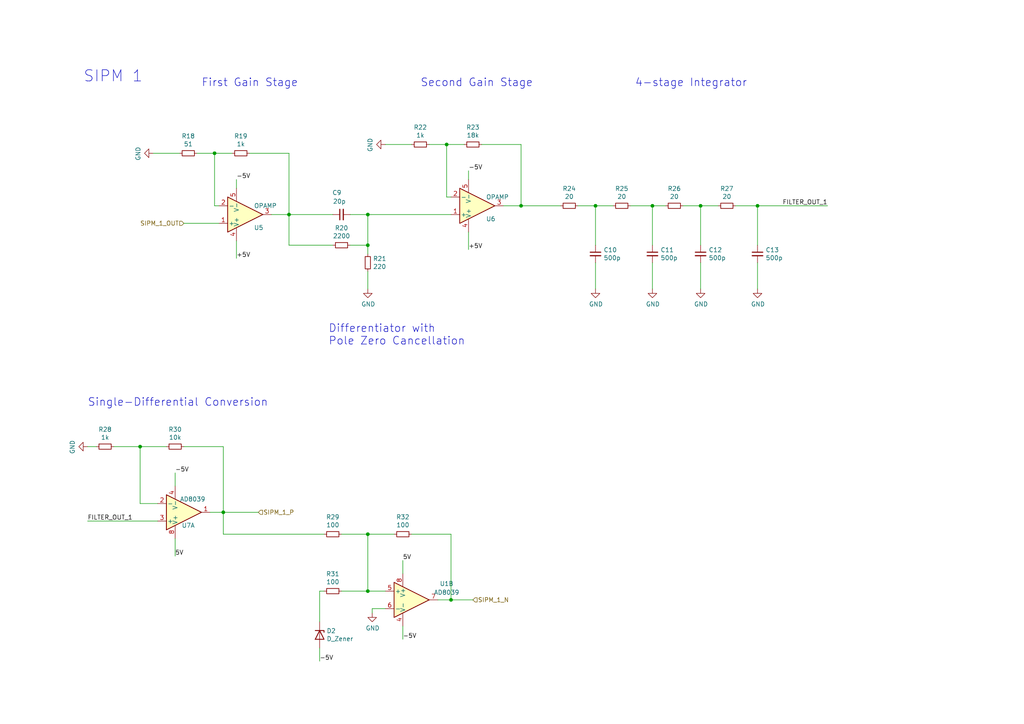
<source format=kicad_sch>
(kicad_sch (version 20211123) (generator eeschema)
  (paper "A4")
  (lib_symbols
    (symbol "Device:C_Small" (pin_numbers hide) (pin_names (offset 0.254) hide)
      (property "Reference" "C" (at 0.254 1.778 0))
      (property "Value" "C_Small" (at 0.254 -2.032 0))
      (symbol "C_Small_0_1"
        (polyline (pts (xy -1.524 -0.508) (xy 1.524 -0.508)) (stroke (width 0.3302)))
        (polyline (pts (xy -1.524 0.508) (xy 1.524 0.508)) (stroke (width 0.3048)))
      )
      (symbol "C_Small_1_1"
        (pin passive line (at 0 2.54 270) (length 2.032) (name "~") (number "1"))
        (pin passive line (at 0 -2.54 90) (length 2.032) (name "~") (number "2"))
      )
    )
    (symbol "Device:D_Zener" (pin_numbers hide) (pin_names (offset 1.016) hide)
      (property "Reference" "D" (at 0 2.54 0))
      (property "Value" "D_Zener" (at 0 -2.54 0))
      (symbol "D_Zener_0_1"
        (polyline (pts (xy 1.27 0) (xy -1.27 0)))
        (polyline (pts (xy -1.27 -1.27) (xy -1.27 1.27) (xy -0.762 1.27)) (stroke (width 0.254)))
        (polyline (pts (xy 1.27 -1.27) (xy 1.27 1.27) (xy -1.27 0) (xy 1.27 -1.27)) (stroke (width 0.254)))
      )
      (symbol "D_Zener_1_1"
        (pin passive line (at -3.81 0 0) (length 2.54) (name "K") (number "1"))
        (pin passive line (at 3.81 0 180) (length 2.54) (name "A") (number "2"))
      )
    )
    (symbol "Device:R_Small" (pin_numbers hide) (pin_names (offset 0.254) hide)
      (property "Reference" "R" (at 0.762 0.508 0))
      (property "Value" "R_Small" (at 0.762 -1.016 0))
      (symbol "R_Small_0_1"
        (rectangle (start -0.762 1.778) (end 0.762 -1.778) (stroke (width 0.2032)))
      )
      (symbol "R_Small_1_1"
        (pin passive line (at 0 2.54 270) (length 0.762) (name "~") (number "1"))
        (pin passive line (at 0 -2.54 90) (length 0.762) (name "~") (number "2"))
      )
    )
    (symbol "nnbar:AD8039" (pin_names (offset 0.254))
      (property "Reference" "U" (at 3.81 3.175 0))
      (property "Value" "AD8039" (at 3.81 -3.175 0))
      (symbol "AD8039_0_1"
        (polyline (pts (xy 5.08 0) (xy -5.08 5.08) (xy -5.08 -5.08) (xy 5.08 0)) (stroke (width 0.254)) (fill (type background)))
      )
      (symbol "AD8039_1_1"
        (pin output line (at 7.62 0 180) (length 2.54) (name "~") (number "1"))
        (pin input line (at -7.62 -2.54 0) (length 2.54) (name "-") (number "2"))
        (pin input line (at -7.62 2.54 0) (length 2.54) (name "+") (number "3"))
        (pin power_in line (at -2.54 -7.62 90) (length 3.81) (name "V-") (number "4"))
        (pin power_in line (at -2.54 7.62 270) (length 3.81) (name "V+") (number "8"))
      )
      (symbol "AD8039_2_1"
        (pin power_in line (at -2.54 -7.62 90) (length 3.81) (name "V-") (number "4"))
        (pin input line (at -7.62 2.54 0) (length 2.54) (name "+") (number "5"))
        (pin input line (at -7.62 -2.54 0) (length 2.54) (name "-") (number "6"))
        (pin output line (at 7.62 0 180) (length 2.54) (name "~") (number "7"))
        (pin power_in line (at -2.54 7.62 270) (length 3.81) (name "V+") (number "8"))
      )
    )
    (symbol "power:GND" (power) (pin_names (offset 0))
      (property "Value" "GND" (at 0 -3.81 0))
      (symbol "GND_0_1"
        (polyline (pts (xy 0 0) (xy 0 -1.27) (xy 1.27 -1.27) (xy 0 -2.54) (xy -1.27 -1.27) (xy 0 -1.27)))
      )
      (symbol "GND_1_1"
        (pin power_in line (at 0 0 270) (length 0) hide (name "GND") (number "1"))
      )
    )
    (symbol "pspice:OPAMP" (pin_names (offset 0.254))
      (property "Reference" "U" (at 3.81 3.175 0))
      (property "Value" "OPAMP" (at 3.81 -3.175 0))
      (symbol "OPAMP_0_1"
        (polyline (pts (xy 5.08 0) (xy -5.08 5.08) (xy -5.08 -5.08) (xy 5.08 0)) (stroke (width 0.254)) (fill (type background)))
      )
      (symbol "OPAMP_1_1"
        (pin input line (at -7.62 2.54 0) (length 2.54) (name "+") (number "1"))
        (pin input line (at -7.62 -2.54 0) (length 2.54) (name "-") (number "2"))
        (pin output line (at 7.62 0 180) (length 2.54) (name "~") (number "3"))
        (pin power_in line (at -2.54 7.62 270) (length 3.81) (name "V+") (number "4"))
        (pin power_in line (at -2.54 -7.62 90) (length 3.81) (name "V-") (number "5"))
      )
    )
  )
  (junction (at 219.71 59.69))
  (junction (at 151.13 59.69))
  (junction (at 40.64 129.54))
  (junction (at 203.2 59.69))
  (junction (at 64.77 148.59))
  (junction (at 62.23 44.45))
  (junction (at 189.23 59.69))
  (junction (at 106.68 154.94))
  (junction (at 106.68 171.45))
  (junction (at 83.82 62.23))
  (junction (at 130.81 173.99))
  (junction (at 129.54 41.91))
  (junction (at 106.68 62.23))
  (junction (at 172.72 59.69))
  (junction (at 106.68 71.12))
  (wire (pts (xy 83.82 71.12) (xy 96.52 71.12)))
  (wire (pts (xy 219.71 83.82) (xy 219.71 76.2)))
  (wire (pts (xy 40.64 129.54) (xy 48.26 129.54)))
  (wire (pts (xy 172.72 59.69) (xy 177.8 59.69)))
  (wire (pts (xy 68.58 52.07) (xy 68.58 54.61)))
  (wire (pts (xy 139.7 41.91) (xy 151.13 41.91)))
  (wire (pts (xy 219.71 59.69) (xy 219.71 71.12)))
  (wire (pts (xy 106.68 71.12) (xy 106.68 73.66)))
  (wire (pts (xy 189.23 83.82) (xy 189.23 76.2)))
  (wire (pts (xy 119.38 154.94) (xy 130.81 154.94)))
  (wire (pts (xy 50.8 156.21) (xy 50.8 161.29)))
  (wire (pts (xy 99.06 154.94) (xy 106.68 154.94)))
  (wire (pts (xy 25.4 151.13) (xy 45.72 151.13)))
  (wire (pts (xy 62.23 44.45) (xy 62.23 59.69)))
  (wire (pts (xy 129.54 41.91) (xy 129.54 57.15)))
  (wire (pts (xy 33.02 129.54) (xy 40.64 129.54)))
  (wire (pts (xy 219.71 59.69) (xy 240.03 59.69)))
  (wire (pts (xy 101.6 71.12) (xy 106.68 71.12)))
  (wire (pts (xy 62.23 59.69) (xy 63.5 59.69)))
  (wire (pts (xy 119.38 41.91) (xy 111.76 41.91)))
  (wire (pts (xy 129.54 57.15) (xy 130.81 57.15)))
  (wire (pts (xy 107.95 177.8) (xy 107.95 176.53)))
  (wire (pts (xy 182.88 59.69) (xy 189.23 59.69)))
  (wire (pts (xy 111.76 171.45) (xy 106.68 171.45)))
  (wire (pts (xy 213.36 59.69) (xy 219.71 59.69)))
  (wire (pts (xy 62.23 44.45) (xy 67.31 44.45)))
  (wire (pts (xy 107.95 176.53) (xy 111.76 176.53)))
  (wire (pts (xy 106.68 83.82) (xy 106.68 78.74)))
  (wire (pts (xy 106.68 171.45) (xy 106.68 154.94)))
  (wire (pts (xy 45.72 146.05) (xy 40.64 146.05)))
  (wire (pts (xy 106.68 154.94) (xy 114.3 154.94)))
  (wire (pts (xy 198.12 59.69) (xy 203.2 59.69)))
  (wire (pts (xy 127 173.99) (xy 130.81 173.99)))
  (wire (pts (xy 189.23 59.69) (xy 189.23 71.12)))
  (wire (pts (xy 99.06 171.45) (xy 106.68 171.45)))
  (wire (pts (xy 101.6 62.23) (xy 106.68 62.23)))
  (wire (pts (xy 64.77 148.59) (xy 60.96 148.59)))
  (wire (pts (xy 137.16 173.99) (xy 130.81 173.99)))
  (wire (pts (xy 64.77 148.59) (xy 74.93 148.59)))
  (wire (pts (xy 193.04 59.69) (xy 189.23 59.69)))
  (wire (pts (xy 172.72 59.69) (xy 172.72 71.12)))
  (wire (pts (xy 64.77 154.94) (xy 93.98 154.94)))
  (wire (pts (xy 172.72 83.82) (xy 172.72 76.2)))
  (wire (pts (xy 50.8 137.16) (xy 50.8 140.97)))
  (wire (pts (xy 92.71 180.34) (xy 92.71 171.45)))
  (wire (pts (xy 135.89 49.53) (xy 135.89 52.07)))
  (wire (pts (xy 83.82 44.45) (xy 83.82 62.23)))
  (wire (pts (xy 68.58 74.93) (xy 68.58 69.85)))
  (wire (pts (xy 129.54 41.91) (xy 134.62 41.91)))
  (wire (pts (xy 203.2 59.69) (xy 208.28 59.69)))
  (wire (pts (xy 106.68 62.23) (xy 130.81 62.23)))
  (wire (pts (xy 64.77 129.54) (xy 64.77 148.59)))
  (wire (pts (xy 167.64 59.69) (xy 172.72 59.69)))
  (wire (pts (xy 106.68 62.23) (xy 106.68 71.12)))
  (wire (pts (xy 162.56 59.69) (xy 151.13 59.69)))
  (wire (pts (xy 116.84 162.56) (xy 116.84 166.37)))
  (wire (pts (xy 151.13 59.69) (xy 146.05 59.69)))
  (wire (pts (xy 116.84 185.42) (xy 116.84 181.61)))
  (wire (pts (xy 130.81 154.94) (xy 130.81 173.99)))
  (wire (pts (xy 83.82 62.23) (xy 96.52 62.23)))
  (wire (pts (xy 83.82 62.23) (xy 78.74 62.23)))
  (wire (pts (xy 27.94 129.54) (xy 25.4 129.54)))
  (wire (pts (xy 83.82 62.23) (xy 83.82 71.12)))
  (wire (pts (xy 53.34 64.77) (xy 63.5 64.77)))
  (wire (pts (xy 203.2 83.82) (xy 203.2 76.2)))
  (wire (pts (xy 72.39 44.45) (xy 83.82 44.45)))
  (wire (pts (xy 53.34 129.54) (xy 64.77 129.54)))
  (wire (pts (xy 40.64 146.05) (xy 40.64 129.54)))
  (wire (pts (xy 64.77 148.59) (xy 64.77 154.94)))
  (wire (pts (xy 52.07 44.45) (xy 44.45 44.45)))
  (wire (pts (xy 151.13 41.91) (xy 151.13 59.69)))
  (wire (pts (xy 92.71 171.45) (xy 93.98 171.45)))
  (wire (pts (xy 124.46 41.91) (xy 129.54 41.91)))
  (wire (pts (xy 57.15 44.45) (xy 62.23 44.45)))
  (wire (pts (xy 135.89 72.39) (xy 135.89 67.31)))
  (wire (pts (xy 92.71 187.96) (xy 92.71 191.77)))
  (wire (pts (xy 203.2 59.69) (xy 203.2 71.12)))
  (text "Second Gain Stage" (at 121.92 25.4 0) (effects (font (size 2.2606 2.2606)) (justify left bottom)))
  (text "4-stage Integrator" (at 184.15 25.4 0) (effects (font (size 2.2606 2.2606)) (justify left bottom)))
  (text "Differentiator with\nPole Zero Cancellation" (at 95.25 100.33 0) (effects (font (size 2.2606 2.2606)) (justify left bottom)))
  (text "Single-Differential Conversion" (at 25.4 118.11 0) (effects (font (size 2.2606 2.2606)) (justify left bottom)))
  (text "SIPM 1" (at 24.13 24.13 0) (effects (font (size 3.2512 3.2512)) (justify left bottom)))
  (text "First Gain Stage" (at 58.42 25.4 0) (effects (font (size 2.2606 2.2606)) (justify left bottom)))
  (label "FILTER_OUT_1" (at 240.03 59.69 180))
  (label "5V" (at 50.8 161.29 0) (effects (font (size 1.2446 1.2446))))
  (label "+5V" (at 135.89 72.39 0))
  (label "FILTER_OUT" (at 113.03 -11.43 180))
  (label "-5V" (at 68.58 52.07 0))
  (label "-5V" (at 135.89 49.53 0))
  (label "-5V" (at 50.8 137.16 0) (effects (font (size 1.2446 1.2446))))
  (label "+5V" (at 68.58 74.93 0))
  (label "-5V" (at 92.71 191.77 0) (effects (font (size 1.2446 1.2446))))
  (label "-5V" (at 116.84 185.42 0) (effects (font (size 1.2446 1.2446))))
  (label "5V" (at 116.84 162.56 0) (effects (font (size 1.2446 1.2446))))
  (label "FILTER_OUT_1" (at 25.4 151.13 0))
  (hierarchical_label "SIPM_1_P" (shape input) (at 74.93 148.59 0) (effects (font (size 1.2446 1.2446))))
  (hierarchical_label "SIPM_1_OUT" (shape input) (at 53.34 64.77 180) (effects (font (size 1.2446 1.2446))))
  (hierarchical_label "SIPM_1_N" (shape input) (at 137.16 173.99 0) (effects (font (size 1.2446 1.2446))))
  (symbol (lib_id "Device:R_Small") (at 165.1 59.69 90) (unit 1)
    (property "Reference" "R24" (at 165.1 54.7116 90))
    (property "Value" "20" (at 165.1 57.023 90))
    (property "Footprint" "Resistor_SMD:R_0603_1608Metric" (effects hide))
  )
  (symbol (lib_id "Device:C_Small") (at 172.72 73.66 0) (unit 1)
    (property "Reference" "C10" (at 175.0568 72.4916 0) (effects (justify left)))
    (property "Value" "500p" (at 175.0568 74.803 0) (effects (justify left)))
    (property "Footprint" "Capacitor_SMD:C_0603_1608Metric" (effects hide))
  )
  (symbol (lib_id "power:GND") (at 172.72 83.82 0) (unit 1)
    (property "Reference" "#PWR018" (effects hide))
    (property "Value" "GND" (at 172.847 88.2142 0))
  )
  (symbol (lib_id "Device:R_Small") (at 180.34 59.69 90) (unit 1)
    (property "Reference" "R25" (at 180.34 54.7116 90))
    (property "Value" "20" (at 180.34 57.023 90))
    (property "Footprint" "Resistor_SMD:R_0603_1608Metric" (effects hide))
  )
  (symbol (lib_id "Device:C_Small") (at 189.23 73.66 0) (unit 1)
    (property "Reference" "C11" (at 191.5668 72.4916 0) (effects (justify left)))
    (property "Value" "500p" (at 191.5668 74.803 0) (effects (justify left)))
    (property "Footprint" "Capacitor_SMD:C_0603_1608Metric" (effects hide))
  )
  (symbol (lib_id "power:GND") (at 189.23 83.82 0) (unit 1)
    (property "Reference" "#PWR019" (effects hide))
    (property "Value" "GND" (at 189.357 88.2142 0))
  )
  (symbol (lib_id "power:GND") (at 111.76 41.91 270) (unit 1)
    (property "Reference" "#PWR017" (effects hide))
    (property "Value" "GND" (at 107.3658 42.037 0))
  )
  (symbol (lib_id "pspice:OPAMP") (at 138.43 59.69 0) (mirror x) (unit 1)
    (property "Reference" "U6" (at 140.97 63.5 0) (effects (justify left)))
    (property "Value" "OPAMP" (at 140.97 57.15 0) (effects (justify left)))
    (property "Footprint" "nnbar-calo-prototype:OPA846" (effects hide))
  )
  (symbol (lib_id "Device:R_Small") (at 137.16 41.91 270) (unit 1)
    (property "Reference" "R23" (at 137.16 36.9316 90))
    (property "Value" "18k" (at 137.16 39.243 90))
    (property "Footprint" "Resistor_SMD:R_0603_1608Metric" (effects hide))
  )
  (symbol (lib_id "Device:R_Small") (at 121.92 41.91 270) (unit 1)
    (property "Reference" "R22" (at 121.92 36.9316 90))
    (property "Value" "1k" (at 121.92 39.243 90))
    (property "Footprint" "Resistor_SMD:R_0603_1608Metric" (effects hide))
  )
  (symbol (lib_id "power:GND") (at 106.68 83.82 0) (unit 1)
    (property "Reference" "#PWR016" (effects hide))
    (property "Value" "GND" (at 106.807 88.2142 0))
  )
  (symbol (lib_id "power:GND") (at 44.45 44.45 270) (unit 1)
    (property "Reference" "#PWR015" (effects hide))
    (property "Value" "GND" (at 40.0558 44.577 0))
  )
  (symbol (lib_id "pspice:OPAMP") (at 71.12 62.23 0) (mirror x) (unit 1)
    (property "Reference" "U5" (at 73.66 66.04 0) (effects (justify left)))
    (property "Value" "OPAMP" (at 73.66 59.69 0) (effects (justify left)))
    (property "Footprint" "nnbar-calo-prototype:OPA846" (effects hide))
  )
  (symbol (lib_id "Device:C_Small") (at 99.06 62.23 90) (unit 1)
    (property "Reference" "C9" (at 99.06 55.88 90) (effects (justify left)))
    (property "Value" "20p" (at 100.33 58.42 90) (effects (justify left)))
    (property "Footprint" "Capacitor_SMD:C_0603_1608Metric" (effects hide))
  )
  (symbol (lib_id "Device:R_Small") (at 106.68 76.2 0) (unit 1)
    (property "Reference" "R21" (at 108.1786 75.0316 0) (effects (justify left)))
    (property "Value" "220" (at 108.1786 77.343 0) (effects (justify left)))
    (property "Footprint" "Resistor_SMD:R_0603_1608Metric" (effects hide))
  )
  (symbol (lib_id "Device:R_Small") (at 99.06 71.12 90) (unit 1)
    (property "Reference" "R20" (at 99.06 66.1416 90))
    (property "Value" "2200" (at 99.06 68.453 90))
    (property "Footprint" "Resistor_SMD:R_0603_1608Metric" (effects hide))
  )
  (symbol (lib_id "Device:R_Small") (at 69.85 44.45 270) (unit 1)
    (property "Reference" "R19" (at 69.85 39.4716 90))
    (property "Value" "1k" (at 69.85 41.783 90))
    (property "Footprint" "Resistor_SMD:R_0603_1608Metric" (effects hide))
  )
  (symbol (lib_id "Device:R_Small") (at 54.61 44.45 270) (unit 1)
    (property "Reference" "R18" (at 54.61 39.4716 90))
    (property "Value" "51" (at 54.61 41.783 90))
    (property "Footprint" "Resistor_SMD:R_0603_1608Metric" (effects hide))
  )
  (symbol (lib_id "Device:R_Small") (at 195.58 59.69 90) (unit 1)
    (property "Reference" "R26" (at 195.58 54.7116 90))
    (property "Value" "20" (at 195.58 57.023 90))
    (property "Footprint" "Resistor_SMD:R_0603_1608Metric" (effects hide))
  )
  (symbol (lib_id "Device:C_Small") (at 203.2 73.66 0) (unit 1)
    (property "Reference" "C12" (at 205.5368 72.4916 0) (effects (justify left)))
    (property "Value" "500p" (at 205.5368 74.803 0) (effects (justify left)))
    (property "Footprint" "Capacitor_SMD:C_0603_1608Metric" (effects hide))
  )
  (symbol (lib_id "power:GND") (at 203.2 83.82 0) (unit 1)
    (property "Reference" "#PWR020" (effects hide))
    (property "Value" "GND" (at 203.327 88.2142 0))
  )
  (symbol (lib_id "power:GND") (at 219.71 83.82 0) (unit 1)
    (property "Reference" "#PWR021" (effects hide))
    (property "Value" "GND" (at 219.837 88.2142 0))
  )
  (symbol (lib_id "Device:C_Small") (at 219.71 73.66 0) (unit 1)
    (property "Reference" "C13" (at 222.0468 72.4916 0) (effects (justify left)))
    (property "Value" "500p" (at 222.0468 74.803 0) (effects (justify left)))
    (property "Footprint" "Capacitor_SMD:C_0603_1608Metric" (effects hide))
  )
  (symbol (lib_id "Device:R_Small") (at 210.82 59.69 90) (unit 1)
    (property "Reference" "R27" (at 210.82 54.7116 90))
    (property "Value" "20" (at 210.82 57.023 90))
    (property "Footprint" "Resistor_SMD:R_0603_1608Metric" (effects hide))
  )
  (symbol (lib_id "power:GND") (at 25.4 129.54 270) (unit 1)
    (property "Reference" "#PWR022" (effects hide))
    (property "Value" "GND" (at 21.0058 129.667 0))
  )
  (symbol (lib_id "Device:R_Small") (at 50.8 129.54 270) (unit 1)
    (property "Reference" "R30" (at 50.8 124.5616 90))
    (property "Value" "10k" (at 50.8 126.873 90))
    (property "Footprint" "Resistor_SMD:R_0603_1608Metric" (effects hide))
  )
  (symbol (lib_id "Device:R_Small") (at 30.48 129.54 270) (unit 1)
    (property "Reference" "R28" (at 30.48 124.5616 90))
    (property "Value" "1k" (at 30.48 126.873 90))
    (property "Footprint" "Resistor_SMD:R_0603_1608Metric" (effects hide))
  )
  (symbol (lib_id "Device:R_Small") (at 96.52 154.94 270) (unit 1)
    (property "Reference" "R29" (at 96.52 149.9616 90))
    (property "Value" "100" (at 96.52 152.273 90))
    (property "Footprint" "Resistor_SMD:R_0603_1608Metric" (effects hide))
  )
  (symbol (lib_id "Device:R_Small") (at 116.84 154.94 270) (unit 1)
    (property "Reference" "R32" (at 116.84 149.9616 90))
    (property "Value" "100" (at 116.84 152.273 90))
    (property "Footprint" "Resistor_SMD:R_0603_1608Metric" (effects hide))
  )
  (symbol (lib_id "power:GND") (at 107.95 177.8 0) (unit 1)
    (property "Reference" "#PWR01" (effects hide))
    (property "Value" "GND" (at 108.077 182.1942 0))
  )
  (symbol (lib_id "Device:D_Zener") (at 92.71 184.15 270) (unit 1)
    (property "Reference" "D2" (at 94.7166 182.9816 90) (effects (justify left)))
    (property "Value" "D_Zener" (at 94.7166 185.293 90) (effects (justify left)))
    (property "Footprint" "Diode_SMD:D_0603_1608Metric_Pad1.05x0.95mm_HandSolder" (effects hide))
  )
  (symbol (lib_id "Device:R_Small") (at 96.52 171.45 270) (unit 1)
    (property "Reference" "R31" (at 96.52 166.4716 90))
    (property "Value" "100" (at 96.52 168.783 90))
    (property "Footprint" "Resistor_SMD:R_0603_1608Metric" (effects hide))
  )
  (symbol (lib_id "nnbar:AD8039") (at 53.34 148.59 0) (mirror x) (unit 1)
    (property "Reference" "U7" (at 54.61 152.4 0))
    (property "Value" "AD8039" (at 55.88 144.78 0))
    (property "Footprint" "Package_SO:SOIC-8_3.9x4.9mm_P1.27mm" (effects hide))
  )
  (symbol (lib_id "nnbar:AD8039") (at 119.38 173.99 0) (unit 2)
    (property "Reference" "U1" (at 129.54 169.291 0))
    (property "Value" "AD8039" (at 129.54 171.831 0))
    (property "Footprint" "Package_SO:SOIC-8_3.9x4.9mm_P1.27mm" (effects hide))
  )
)
</source>
